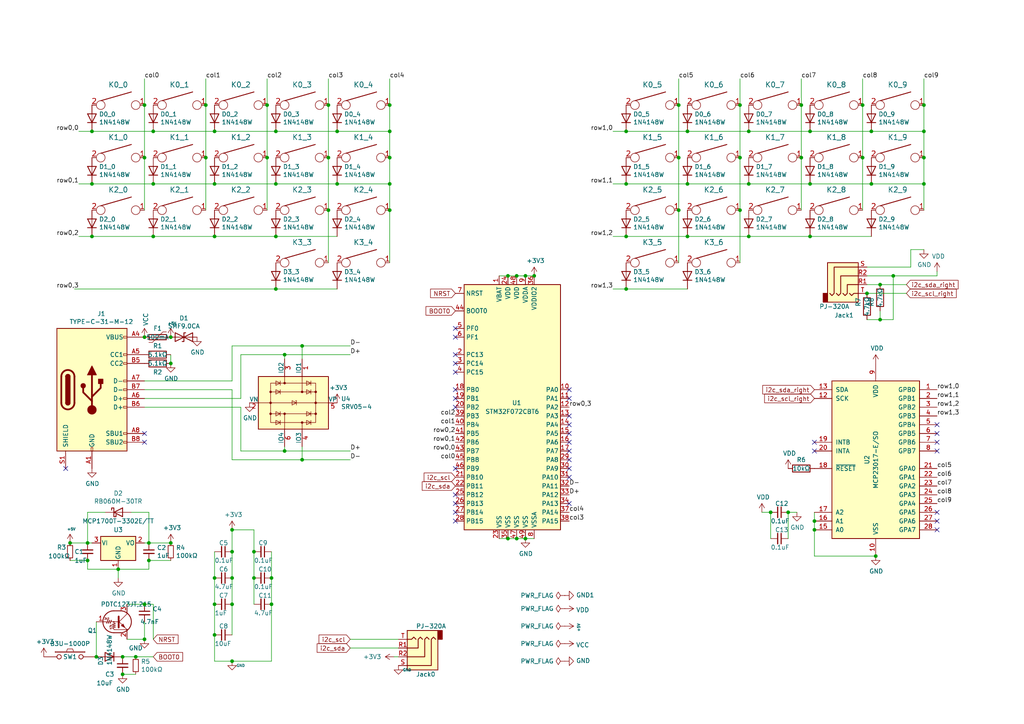
<source format=kicad_sch>
(kicad_sch (version 20230121) (generator eeschema)
  (paper "A4")
  (junction (at 149.86 80.01))
  (junction (at 49.53 157.48))
  (junction (at 80.01 38.1))
  (junction (at 39.37 190.5))
  (junction (at 87.63 133.35))
  (junction (at 147.32 156.21))
  (junction (at 181.61 38.1))
  (junction (at 26.67 53.34))
  (junction (at 217.17 38.1))
  (junction (at 95.25 45.72))
  (junction (at 152.4 156.21))
  (junction (at 62.23 167.64))
  (junction (at 214.63 45.72))
  (junction (at 255.27 82.55))
  (junction (at 44.45 38.1))
  (junction (at 232.41 45.72))
  (junction (at 196.85 30.48))
  (junction (at 25.4 162.56))
  (junction (at 44.45 53.34))
  (junction (at 67.31 153.67))
  (junction (at 67.31 167.64))
  (junction (at 77.47 30.48))
  (junction (at 27.94 190.5))
  (junction (at 232.41 30.48))
  (junction (at 181.61 53.34))
  (junction (at 44.45 68.58))
  (junction (at 78.74 175.26))
  (junction (at 252.73 53.34))
  (junction (at 59.69 45.72))
  (junction (at 223.52 148.59))
  (junction (at 95.25 60.96))
  (junction (at 149.86 156.21))
  (junction (at 82.55 102.87))
  (junction (at 199.39 38.1))
  (junction (at 35.56 190.5))
  (junction (at 214.63 60.96))
  (junction (at 255.27 92.71))
  (junction (at 67.31 175.26))
  (junction (at 199.39 68.58))
  (junction (at 59.69 30.48))
  (junction (at 254 161.29))
  (junction (at 252.73 38.1))
  (junction (at 77.47 45.72))
  (junction (at 41.91 97.79))
  (junction (at 25.4 157.48))
  (junction (at 217.17 68.58))
  (junction (at 113.03 45.72))
  (junction (at 267.97 30.48))
  (junction (at 234.95 68.58))
  (junction (at 26.67 38.1))
  (junction (at 251.46 85.09))
  (junction (at 154.94 80.01))
  (junction (at 49.53 105.41))
  (junction (at 80.01 53.34))
  (junction (at 147.32 80.01))
  (junction (at 78.74 167.64))
  (junction (at 181.61 83.82))
  (junction (at 97.79 38.1))
  (junction (at 41.91 175.26))
  (junction (at 34.29 165.1))
  (junction (at 73.66 160.02))
  (junction (at 62.23 184.15))
  (junction (at 267.97 38.1))
  (junction (at 113.03 38.1))
  (junction (at 236.22 151.13))
  (junction (at 113.03 53.34))
  (junction (at 67.31 191.77))
  (junction (at 67.31 160.02))
  (junction (at 152.4 80.01))
  (junction (at 236.22 153.67))
  (junction (at 97.79 53.34))
  (junction (at 62.23 175.26))
  (junction (at 73.66 167.64))
  (junction (at 62.23 53.34))
  (junction (at 250.19 45.72))
  (junction (at 259.08 80.01))
  (junction (at 49.53 97.79))
  (junction (at 62.23 68.58))
  (junction (at 199.39 53.34))
  (junction (at 196.85 45.72))
  (junction (at 196.85 60.96))
  (junction (at 267.97 45.72))
  (junction (at 234.95 38.1))
  (junction (at 228.6 148.59))
  (junction (at 41.91 45.72))
  (junction (at 43.18 157.48))
  (junction (at 80.01 68.58))
  (junction (at 62.23 38.1))
  (junction (at 35.56 195.58))
  (junction (at 181.61 68.58))
  (junction (at 214.63 30.48))
  (junction (at 113.03 30.48))
  (junction (at 234.95 53.34))
  (junction (at 41.91 30.48))
  (junction (at 80.01 83.82))
  (junction (at 41.91 185.42))
  (junction (at 113.03 60.96))
  (junction (at 95.25 30.48))
  (junction (at 250.19 30.48))
  (junction (at 20.32 157.48))
  (junction (at 217.17 53.34))
  (junction (at 26.67 68.58))
  (junction (at 43.18 162.56))
  (junction (at 87.63 100.33))
  (junction (at 82.55 130.81))
  (junction (at 267.97 53.34))
  (no_connect (at 132.08 97.79))
  (no_connect (at 132.08 151.13))
  (no_connect (at 165.1 123.19))
  (no_connect (at 132.08 118.11))
  (no_connect (at 271.78 128.27))
  (no_connect (at 388.62 93.98))
  (no_connect (at 236.22 128.27))
  (no_connect (at 271.78 123.19))
  (no_connect (at 132.08 95.25))
  (no_connect (at 165.1 146.05))
  (no_connect (at 165.1 138.43))
  (no_connect (at 165.1 113.03))
  (no_connect (at 132.08 115.57))
  (no_connect (at 132.08 135.89))
  (no_connect (at 271.78 125.73))
  (no_connect (at 165.1 130.81))
  (no_connect (at 41.91 128.27))
  (no_connect (at 19.05 135.89))
  (no_connect (at 132.08 113.03))
  (no_connect (at 165.1 128.27))
  (no_connect (at 132.08 148.59))
  (no_connect (at 132.08 143.51))
  (no_connect (at 236.22 130.81))
  (no_connect (at 165.1 135.89))
  (no_connect (at 165.1 115.57))
  (no_connect (at 165.1 133.35))
  (no_connect (at 132.08 146.05))
  (no_connect (at 132.08 102.87))
  (no_connect (at 132.08 105.41))
  (no_connect (at 271.78 130.81))
  (no_connect (at 132.08 107.95))
  (no_connect (at 41.91 125.73))
  (no_connect (at 271.78 151.13))
  (no_connect (at 271.78 148.59))
  (no_connect (at 165.1 125.73))
  (no_connect (at 271.78 153.67))
  (no_connect (at 165.1 120.65))
  (wire (pts (xy 267.97 22.86) (xy 267.97 30.48)))
  (wire (pts (xy 49.53 102.87) (xy 49.53 105.41)))
  (wire (pts (xy 80.01 53.34) (xy 62.23 53.34)))
  (wire (pts (xy 95.25 76.2) (xy 95.25 60.96)))
  (wire (pts (xy 232.41 30.48) (xy 232.41 45.72)))
  (wire (pts (xy 250.19 45.72) (xy 250.19 60.96)))
  (wire (pts (xy 181.61 53.34) (xy 199.39 53.34)))
  (wire (pts (xy 43.18 162.56) (xy 49.53 162.56)))
  (wire (pts (xy 59.69 22.86) (xy 59.69 30.48)))
  (wire (pts (xy 36.83 175.26) (xy 41.91 175.26)))
  (wire (pts (xy 87.63 100.33) (xy 87.63 104.14)))
  (wire (pts (xy 255.27 82.55) (xy 262.89 82.55)))
  (wire (pts (xy 147.32 80.01) (xy 149.86 80.01)))
  (wire (pts (xy 39.37 190.5) (xy 35.56 190.5)))
  (wire (pts (xy 78.74 191.77) (xy 78.74 175.26)))
  (wire (pts (xy 34.29 165.1) (xy 34.29 167.64)))
  (wire (pts (xy 113.03 38.1) (xy 113.03 45.72)))
  (wire (pts (xy 41.91 30.48) (xy 41.91 45.72)))
  (wire (pts (xy 25.4 157.48) (xy 20.32 157.48)))
  (wire (pts (xy 67.31 100.33) (xy 87.63 100.33)))
  (wire (pts (xy 80.01 68.58) (xy 62.23 68.58)))
  (wire (pts (xy 250.19 30.48) (xy 250.19 45.72)))
  (wire (pts (xy 26.67 68.58) (xy 44.45 68.58)))
  (wire (pts (xy 87.63 133.35) (xy 87.63 129.54)))
  (wire (pts (xy 267.97 30.48) (xy 267.97 38.1)))
  (wire (pts (xy 80.01 38.1) (xy 62.23 38.1)))
  (wire (pts (xy 73.66 160.02) (xy 73.66 167.64)))
  (wire (pts (xy 41.91 115.57) (xy 69.85 115.57)))
  (wire (pts (xy 234.95 53.34) (xy 217.17 53.34)))
  (wire (pts (xy 87.63 100.33) (xy 101.6 100.33)))
  (wire (pts (xy 62.23 175.26) (xy 62.23 184.15)))
  (wire (pts (xy 44.45 53.34) (xy 62.23 53.34)))
  (wire (pts (xy 77.47 22.86) (xy 77.47 30.48)))
  (wire (pts (xy 69.85 102.87) (xy 82.55 102.87)))
  (wire (pts (xy 267.97 45.72) (xy 267.97 53.34)))
  (wire (pts (xy 41.91 118.11) (xy 69.85 118.11)))
  (wire (pts (xy 177.8 68.58) (xy 181.61 68.58)))
  (wire (pts (xy 177.8 53.34) (xy 181.61 53.34)))
  (wire (pts (xy 252.73 38.1) (xy 267.97 38.1)))
  (wire (pts (xy 177.8 38.1) (xy 181.61 38.1)))
  (wire (pts (xy 250.19 22.86) (xy 250.19 30.48)))
  (wire (pts (xy 113.03 30.48) (xy 113.03 38.1)))
  (wire (pts (xy 41.91 45.72) (xy 41.91 60.96)))
  (wire (pts (xy 177.8 83.82) (xy 181.61 83.82)))
  (wire (pts (xy 41.91 22.86) (xy 41.91 30.48)))
  (wire (pts (xy 67.31 113.03) (xy 67.31 133.35)))
  (wire (pts (xy 252.73 38.1) (xy 234.95 38.1)))
  (wire (pts (xy 181.61 38.1) (xy 199.39 38.1)))
  (wire (pts (xy 41.91 185.42) (xy 41.91 180.34)))
  (wire (pts (xy 113.03 22.86) (xy 113.03 30.48)))
  (wire (pts (xy 267.97 53.34) (xy 252.73 53.34)))
  (wire (pts (xy 115.57 190.5) (xy 114.3 190.5)))
  (wire (pts (xy 255.27 90.17) (xy 255.27 92.71)))
  (wire (pts (xy 236.22 151.13) (xy 236.22 153.67)))
  (wire (pts (xy 236.22 153.67) (xy 236.22 161.29)))
  (wire (pts (xy 82.55 130.81) (xy 82.55 129.54)))
  (wire (pts (xy 21.59 83.82) (xy 80.01 83.82)))
  (wire (pts (xy 113.03 53.34) (xy 97.79 53.34)))
  (wire (pts (xy 232.41 22.86) (xy 232.41 30.48)))
  (wire (pts (xy 43.18 157.48) (xy 43.18 148.59)))
  (wire (pts (xy 25.4 162.56) (xy 25.4 165.1)))
  (wire (pts (xy 251.46 77.47) (xy 264.16 77.47)))
  (wire (pts (xy 196.85 22.86) (xy 196.85 30.48)))
  (wire (pts (xy 67.31 110.49) (xy 67.31 100.33)))
  (wire (pts (xy 62.23 184.15) (xy 62.23 191.77)))
  (wire (pts (xy 26.67 157.48) (xy 25.4 157.48)))
  (wire (pts (xy 41.91 113.03) (xy 67.31 113.03)))
  (wire (pts (xy 22.86 53.34) (xy 26.67 53.34)))
  (wire (pts (xy 27.94 180.34) (xy 27.94 190.5)))
  (wire (pts (xy 43.18 165.1) (xy 43.18 162.56)))
  (wire (pts (xy 36.83 185.42) (xy 41.91 185.42)))
  (wire (pts (xy 255.27 92.71) (xy 259.08 92.71)))
  (wire (pts (xy 214.63 22.86) (xy 214.63 30.48)))
  (wire (pts (xy 149.86 80.01) (xy 152.4 80.01)))
  (wire (pts (xy 26.67 38.1) (xy 44.45 38.1)))
  (wire (pts (xy 44.45 175.26) (xy 41.91 175.26)))
  (wire (pts (xy 199.39 68.58) (xy 217.17 68.58)))
  (wire (pts (xy 25.4 165.1) (xy 34.29 165.1)))
  (wire (pts (xy 220.98 148.59) (xy 223.52 148.59)))
  (wire (pts (xy 62.23 167.64) (xy 62.23 175.26)))
  (wire (pts (xy 113.03 76.2) (xy 113.03 60.96)))
  (wire (pts (xy 62.23 160.02) (xy 62.23 167.64)))
  (wire (pts (xy 41.91 110.49) (xy 67.31 110.49)))
  (wire (pts (xy 152.4 80.01) (xy 154.94 80.01)))
  (wire (pts (xy 67.31 153.67) (xy 73.66 153.67)))
  (wire (pts (xy 152.4 156.21) (xy 154.94 156.21)))
  (wire (pts (xy 97.79 53.34) (xy 80.01 53.34)))
  (wire (pts (xy 78.74 175.26) (xy 78.74 167.64)))
  (wire (pts (xy 44.45 185.42) (xy 44.45 175.26)))
  (wire (pts (xy 101.6 185.42) (xy 115.57 185.42)))
  (wire (pts (xy 252.73 53.34) (xy 234.95 53.34)))
  (wire (pts (xy 181.61 68.58) (xy 199.39 68.58)))
  (wire (pts (xy 97.79 68.58) (xy 80.01 68.58)))
  (wire (pts (xy 78.74 167.64) (xy 78.74 160.02)))
  (wire (pts (xy 252.73 68.58) (xy 234.95 68.58)))
  (wire (pts (xy 214.63 60.96) (xy 214.63 76.2)))
  (wire (pts (xy 196.85 45.72) (xy 196.85 60.96)))
  (wire (pts (xy 82.55 130.81) (xy 101.6 130.81)))
  (wire (pts (xy 73.66 167.64) (xy 73.66 175.26)))
  (wire (pts (xy 255.27 92.71) (xy 251.46 92.71)))
  (wire (pts (xy 214.63 45.72) (xy 214.63 60.96)))
  (wire (pts (xy 44.45 38.1) (xy 62.23 38.1)))
  (wire (pts (xy 73.66 153.67) (xy 73.66 160.02)))
  (wire (pts (xy 80.01 83.82) (xy 97.79 83.82)))
  (wire (pts (xy 181.61 83.82) (xy 199.39 83.82)))
  (wire (pts (xy 236.22 161.29) (xy 254 161.29)))
  (wire (pts (xy 267.97 38.1) (xy 267.97 45.72)))
  (wire (pts (xy 43.18 148.59) (xy 38.1 148.59)))
  (wire (pts (xy 149.86 156.21) (xy 152.4 156.21)))
  (wire (pts (xy 231.14 148.59) (xy 228.6 148.59)))
  (wire (pts (xy 22.86 68.58) (xy 26.67 68.58)))
  (wire (pts (xy 267.97 53.34) (xy 267.97 60.96)))
  (wire (pts (xy 199.39 53.34) (xy 217.17 53.34)))
  (wire (pts (xy 25.4 157.48) (xy 25.4 148.59)))
  (wire (pts (xy 97.79 38.1) (xy 80.01 38.1)))
  (wire (pts (xy 25.4 148.59) (xy 30.48 148.59)))
  (wire (pts (xy 251.46 80.01) (xy 259.08 80.01)))
  (wire (pts (xy 44.45 190.5) (xy 39.37 190.5)))
  (wire (pts (xy 69.85 115.57) (xy 69.85 102.87)))
  (wire (pts (xy 35.56 195.58) (xy 39.37 195.58)))
  (wire (pts (xy 77.47 30.48) (xy 77.47 45.72)))
  (wire (pts (xy 264.16 72.39) (xy 267.97 72.39)))
  (wire (pts (xy 223.52 156.21) (xy 223.52 148.59)))
  (wire (pts (xy 82.55 102.87) (xy 82.55 104.14)))
  (wire (pts (xy 67.31 167.64) (xy 67.31 175.26)))
  (wire (pts (xy 67.31 160.02) (xy 67.31 167.64)))
  (wire (pts (xy 69.85 130.81) (xy 82.55 130.81)))
  (wire (pts (xy 82.55 102.87) (xy 101.6 102.87)))
  (wire (pts (xy 113.03 53.34) (xy 113.03 60.96)))
  (wire (pts (xy 95.25 22.86) (xy 95.25 30.48)))
  (wire (pts (xy 26.67 53.34) (xy 44.45 53.34)))
  (wire (pts (xy 251.46 82.55) (xy 255.27 82.55)))
  (wire (pts (xy 228.6 156.21) (xy 228.6 148.59)))
  (wire (pts (xy 20.32 162.56) (xy 25.4 162.56)))
  (wire (pts (xy 232.41 45.72) (xy 232.41 60.96)))
  (wire (pts (xy 251.46 85.09) (xy 262.89 85.09)))
  (wire (pts (xy 67.31 175.26) (xy 67.31 184.15)))
  (wire (pts (xy 214.63 30.48) (xy 214.63 45.72)))
  (wire (pts (xy 196.85 76.2) (xy 196.85 60.96)))
  (wire (pts (xy 144.78 80.01) (xy 147.32 80.01)))
  (wire (pts (xy 95.25 30.48) (xy 95.25 45.72)))
  (wire (pts (xy 22.86 38.1) (xy 26.67 38.1)))
  (wire (pts (xy 236.22 148.59) (xy 236.22 151.13)))
  (wire (pts (xy 34.29 165.1) (xy 43.18 165.1)))
  (wire (pts (xy 147.32 156.21) (xy 149.86 156.21)))
  (wire (pts (xy 87.63 133.35) (xy 101.6 133.35)))
  (wire (pts (xy 95.25 45.72) (xy 95.25 60.96)))
  (wire (pts (xy 97.79 38.1) (xy 113.03 38.1)))
  (wire (pts (xy 59.69 45.72) (xy 59.69 60.96)))
  (wire (pts (xy 271.78 80.01) (xy 271.78 78.74)))
  (wire (pts (xy 259.08 80.01) (xy 271.78 80.01)))
  (wire (pts (xy 196.85 30.48) (xy 196.85 45.72)))
  (wire (pts (xy 41.91 157.48) (xy 43.18 157.48)))
  (wire (pts (xy 59.69 30.48) (xy 59.69 45.72)))
  (wire (pts (xy 67.31 191.77) (xy 78.74 191.77)))
  (wire (pts (xy 234.95 38.1) (xy 217.17 38.1)))
  (wire (pts (xy 199.39 38.1) (xy 217.17 38.1)))
  (wire (pts (xy 62.23 191.77) (xy 67.31 191.77)))
  (wire (pts (xy 101.6 187.96) (xy 115.57 187.96)))
  (wire (pts (xy 144.78 156.21) (xy 147.32 156.21)))
  (wire (pts (xy 69.85 118.11) (xy 69.85 130.81)))
  (wire (pts (xy 67.31 160.02) (xy 67.31 153.67)))
  (wire (pts (xy 259.08 92.71) (xy 259.08 80.01)))
  (wire (pts (xy 43.18 157.48) (xy 49.53 157.48)))
  (wire (pts (xy 44.45 68.58) (xy 62.23 68.58)))
  (wire (pts (xy 67.31 133.35) (xy 87.63 133.35)))
  (wire (pts (xy 264.16 77.47) (xy 264.16 72.39)))
  (wire (pts (xy 113.03 45.72) (xy 113.03 53.34)))
  (wire (pts (xy 217.17 68.58) (xy 234.95 68.58)))
  (wire (pts (xy 77.47 45.72) (xy 77.47 60.96)))
  (label "row0,1" (at 132.08 128.27 180))
  (label "col8" (at 271.78 143.51 0))
  (label "row1,3" (at 271.78 120.65 0))
  (label "col4" (at 165.1 148.59 0))
  (label "col3" (at 95.25 22.86 0))
  (label "col4" (at 113.03 22.86 0))
  (label "row1,0" (at 271.78 113.03 0))
  (label "col5" (at 271.78 135.89 0))
  (label "col6" (at 214.63 22.86 0))
  (label "D-" (at 101.6 100.33 0))
  (label "row1,1" (at 177.8 53.34 180))
  (label "D-" (at 101.6 133.35 0))
  (label "row1,2" (at 177.8 68.58 180))
  (label "col0" (at 132.08 133.35 180))
  (label "col3" (at 165.1 151.13 0))
  (label "row0,3" (at 165.1 118.11 0))
  (label "row0,2" (at 132.08 125.73 180))
  (label "col8" (at 250.19 22.86 0))
  (label "D-" (at 165.1 140.97 0))
  (label "row0,2" (at 22.86 68.58 180))
  (label "row1,3" (at 177.8 83.82 180))
  (label "col5" (at 196.85 22.86 0))
  (label "col2" (at 77.47 22.86 0))
  (label "D+" (at 101.6 102.87 0))
  (label "col0" (at 41.91 22.86 0))
  (label "col1" (at 59.69 22.86 0))
  (label "col7" (at 232.41 22.86 0))
  (label "row1,1" (at 271.78 115.57 0))
  (label "col7" (at 271.78 140.97 0))
  (label "row0,0" (at 132.08 130.81 180))
  (label "col1" (at 132.08 123.19 180))
  (label "col9" (at 271.78 146.05 0))
  (label "row0,1" (at 22.86 53.34 180))
  (label "D+" (at 101.6 130.81 0))
  (label "col2" (at 132.08 120.65 180))
  (label "row0,3" (at 22.86 83.82 180))
  (label "col9" (at 267.97 22.86 0))
  (label "D+" (at 165.1 143.51 0))
  (label "row1,2" (at 271.78 118.11 0))
  (label "row1,0" (at 177.8 38.1 180))
  (label "row0,0" (at 22.86 38.1 180))
  (label "col6" (at 271.78 138.43 0))
  (global_label "i2c_scl" (shape input) (at 132.08 138.43 180) (property "Intersheetrefs" "${INTERSHEET_REFS}" (effects hide)))
  (global_label "i2c_sda" (shape input) (at 101.6 187.96 180) (property "Intersheetrefs" "${INTERSHEET_REFS}" (effects hide)))
  (global_label "i2c_scl_right" (shape input) (at 236.22 115.57 180) (property "Intersheetrefs" "${INTERSHEET_REFS}" (effects hide)))
  (global_label "NRST" (shape input) (at 132.08 85.09 180) (property "Intersheetrefs" "${INTERSHEET_REFS}" (effects hide)))
  (global_label "i2c_sda_right" (shape input) (at 262.89 82.55 0) (property "Intersheetrefs" "${INTERSHEET_REFS}" (effects hide)))
  (global_label "BOOT0" (shape input) (at 44.45 190.5 0) (property "Intersheetrefs" "${INTERSHEET_REFS}" (effects hide)))
  (global_label "i2c_scl_right" (shape input) (at 262.89 85.09 0) (property "Intersheetrefs" "${INTERSHEET_REFS}" (effects hide)))
  (global_label "i2c_sda" (shape input) (at 132.08 140.97 180) (property "Intersheetrefs" "${INTERSHEET_REFS}" (effects hide)))
  (global_label "i2c_scl" (shape input) (at 101.6 185.42 180) (property "Intersheetrefs" "${INTERSHEET_REFS}" (effects hide)))
  (global_label "NRST" (shape input) (at 44.45 185.42 0) (property "Intersheetrefs" "${INTERSHEET_REFS}" (effects hide)))
  (global_label "BOOT0" (shape input) (at 132.08 90.17 180) (property "Intersheetrefs" "${INTERSHEET_REFS}" (effects hide)))
  (global_label "i2c_sda_right" (shape input) (at 236.22 113.03 180) (property "Intersheetrefs" "${INTERSHEET_REFS}" (effects hide)))
  (symbol (lib_id "Interface_Expansion:MCP23017_SO") (at 254 133.35 0) (unit 1)
    (property "Reference" "U2" (at 251.46 133.35 90))
    (property "Value" "MCP23017-E/SO" (at 254 133.35 90))
    (property "Footprint" "Package_SO:SOIC-28W_7.5x17.9mm_P1.27mm" (effects hide))
    (property "Datasheet" "http://ww1.microchip.com/downloads/en/DeviceDoc/20001952C.pdf" (effects hide))
    (property "LCSC Part" "C47023" (effects hide))
    (property "Part Name" "I/O Expander" (effects hide))
  )
  (symbol (lib_id "Device:R") (at 45.72 102.87 270) (unit 1)
    (property "Reference" "R1" (at 45.72 100.33 90))
    (property "Value" "5.1kΩ" (at 45.72 102.87 90))
    (property "Footprint" "Resistor_SMD:R_0805_2012Metric_Pad1.15x1.40mm_HandSolder" (effects hide))
    (property "LCSC Part" "C27834" (effects hide))
    (property "Part Name" "Resistor" (effects hide))
  )
  (symbol (lib_id "Device:R") (at 45.72 105.41 270) (unit 1)
    (property "Reference" "R2" (at 45.72 107.95 90))
    (property "Value" "5.1kΩ" (at 45.72 105.41 90))
    (property "Footprint" "Resistor_SMD:R_0805_2012Metric_Pad1.15x1.40mm_HandSolder" (effects hide))
    (property "LCSC Part" "C27834" (effects hide))
    (property "Part Name" "Resistor" (effects hide))
  )
  (symbol (lib_id "Device:C_Small") (at 226.06 148.59 270) (unit 1)
    (property "Reference" "C12" (at 224.79 146.05 90) (effects (justify left)))
    (property "Value" "0.1uF" (at 223.52 151.13 90) (effects (justify left)))
    (property "Footprint" "Capacitor_SMD:C_0805_2012Metric_Pad1.15x1.40mm_HandSolder" (effects hide))
    (property "LCSC Part" "C49678" (effects hide))
    (property "Part Name" "Capacitor" (effects hide))
  )
  (symbol (lib_id "keyboard_parts:KEYSW") (at 34.29 30.48 0) (unit 1)
    (property "Reference" "K0_0" (at 34.29 24.5618 0) (effects (font (size 1.524 1.524))))
    (property "Value" "KEYSW" (effects hide))
    (property "Footprint" "switches:Choc_Mini_PG1232_Choc_Spacing" (effects hide))
    (property "DNP" "true" (effects hide))
    (property "JLCPCB BOM" "false" (effects hide))
    (property "Part Name" "Key" (effects hide))
  )
  (symbol (lib_id "Device:D") (at 26.67 34.29 90) (unit 1)
    (property "Reference" "D0_0" (at 28.702 33.1216 90) (effects (justify right)))
    (property "Value" "1N4148W" (at 28.702 35.433 90) (effects (justify right)))
    (property "Footprint" "Diode_SMD:D_SOD-123" (effects hide))
    (property "LCSC Part" "C81598" (effects hide))
    (property "Part Name" "Diode" (effects hide))
  )
  (symbol (lib_id "keyboard_parts:KEYSW") (at 34.29 45.72 0) (unit 1)
    (property "Reference" "K1_0" (at 34.29 39.8018 0) (effects (font (size 1.524 1.524))))
    (property "Value" "KEYSW" (effects hide))
    (property "Footprint" "switches:Choc_Mini_PG1232_Choc_Spacing" (effects hide))
    (property "DNP" "true" (effects hide))
    (property "JLCPCB BOM" "false" (effects hide))
    (property "Part Name" "Key" (effects hide))
  )
  (symbol (lib_id "Device:D") (at 26.67 49.53 90) (unit 1)
    (property "Reference" "D1_0" (at 28.702 48.3616 90) (effects (justify right)))
    (property "Value" "1N4148W" (at 28.702 50.673 90) (effects (justify right)))
    (property "Footprint" "Diode_SMD:D_SOD-123" (effects hide))
    (property "LCSC Part" "C81598" (effects hide))
    (property "Part Name" "Diode" (effects hide))
  )
  (symbol (lib_id "Device:D") (at 44.45 34.29 90) (unit 1)
    (property "Reference" "D0_1" (at 46.482 33.1216 90) (effects (justify right)))
    (property "Value" "1N4148W" (at 46.482 35.433 90) (effects (justify right)))
    (property "Footprint" "Diode_SMD:D_SOD-123" (effects hide))
    (property "LCSC Part" "C81598" (effects hide))
    (property "Part Name" "Diode" (effects hide))
  )
  (symbol (lib_id "Device:D") (at 44.45 49.53 90) (unit 1)
    (property "Reference" "D1_1" (at 46.482 48.3616 90) (effects (justify right)))
    (property "Value" "1N4148W" (at 46.482 50.673 90) (effects (justify right)))
    (property "Footprint" "Diode_SMD:D_SOD-123" (effects hide))
    (property "LCSC Part" "C81598" (effects hide))
    (property "Part Name" "Diode" (effects hide))
  )
  (symbol (lib_id "keyboard_parts:KEYSW") (at 52.07 45.72 0) (unit 1)
    (property "Reference" "K1_1" (at 52.07 39.8018 0) (effects (font (size 1.524 1.524))))
    (property "Value" "KEYSW" (effects hide))
    (property "Footprint" "switches:Choc_Mini_PG1232_Choc_Spacing" (effects hide))
    (property "DNP" "true" (effects hide))
    (property "JLCPCB BOM" "false" (effects hide))
    (property "Part Name" "Key" (effects hide))
  )
  (symbol (lib_id "keyboard_parts:KEYSW") (at 69.85 30.48 0) (unit 1)
    (property "Reference" "K0_2" (at 69.85 24.5618 0) (effects (font (size 1.524 1.524))))
    (property "Value" "KEYSW" (effects hide))
    (property "Footprint" "switches:Choc_Mini_PG1232_Choc_Spacing" (effects hide))
    (property "DNP" "true" (effects hide))
    (property "JLCPCB BOM" "false" (effects hide))
    (property "Part Name" "Key" (effects hide))
  )
  (symbol (lib_id "Device:D") (at 62.23 34.29 90) (unit 1)
    (property "Reference" "D0_2" (at 64.262 33.1216 90) (effects (justify right)))
    (property "Value" "1N4148W" (at 64.262 35.433 90) (effects (justify right)))
    (property "Footprint" "Diode_SMD:D_SOD-123" (effects hide))
    (property "LCSC Part" "C81598" (effects hide))
    (property "Part Name" "Diode" (effects hide))
  )
  (symbol (lib_id "keyboard_parts:KEYSW") (at 52.07 30.48 0) (unit 1)
    (property "Reference" "K0_1" (at 52.07 24.5618 0) (effects (font (size 1.524 1.524))))
    (property "Value" "KEYSW" (effects hide))
    (property "Footprint" "switches:Choc_Mini_PG1232_Choc_Spacing" (effects hide))
    (property "DNP" "true" (effects hide))
    (property "JLCPCB BOM" "false" (effects hide))
    (property "Part Name" "Key" (effects hide))
  )
  (symbol (lib_id "keyboard_parts:KEYSW") (at 69.85 45.72 0) (unit 1)
    (property "Reference" "K1_2" (at 69.85 39.8018 0) (effects (font (size 1.524 1.524))))
    (property "Value" "KEYSW" (effects hide))
    (property "Footprint" "switches:Choc_Mini_PG1232_Choc_Spacing" (effects hide))
    (property "DNP" "true" (effects hide))
    (property "JLCPCB BOM" "false" (effects hide))
    (property "Part Name" "Key" (effects hide))
  )
  (symbol (lib_id "Device:D") (at 62.23 49.53 90) (unit 1)
    (property "Reference" "D1_2" (at 64.262 48.3616 90) (effects (justify right)))
    (property "Value" "1N4148W" (at 64.262 50.673 90) (effects (justify right)))
    (property "Footprint" "Diode_SMD:D_SOD-123" (effects hide))
    (property "LCSC Part" "C81598" (effects hide))
    (property "Part Name" "Diode" (effects hide))
  )
  (symbol (lib_id "keyboard_parts:KEYSW") (at 34.29 60.96 0) (unit 1)
    (property "Reference" "K2_0" (at 34.29 55.0418 0) (effects (font (size 1.524 1.524))))
    (property "Value" "KEYSW" (effects hide))
    (property "Footprint" "switches:Choc_Mini_PG1232_Choc_Spacing" (effects hide))
    (property "DNP" "true" (effects hide))
    (property "JLCPCB BOM" "false" (effects hide))
    (property "Part Name" "Key" (effects hide))
  )
  (symbol (lib_id "Device:D") (at 26.67 64.77 90) (unit 1)
    (property "Reference" "D2_0" (at 28.702 63.6016 90) (effects (justify right)))
    (property "Value" "1N4148W" (at 28.702 65.913 90) (effects (justify right)))
    (property "Footprint" "Diode_SMD:D_SOD-123" (effects hide))
    (property "LCSC Part" "C81598" (effects hide))
    (property "Part Name" "Diode" (effects hide))
  )
  (symbol (lib_id "keyboard_parts:KEYSW") (at 52.07 60.96 0) (unit 1)
    (property "Reference" "K2_1" (at 52.07 55.0418 0) (effects (font (size 1.524 1.524))))
    (property "Value" "KEYSW" (effects hide))
    (property "Footprint" "switches:Choc_Mini_PG1232_Choc_Spacing" (effects hide))
    (property "DNP" "true" (effects hide))
    (property "JLCPCB BOM" "false" (effects hide))
    (property "Part Name" "Key" (effects hide))
  )
  (symbol (lib_id "keyboard_parts:KEYSW") (at 69.85 60.96 0) (unit 1)
    (property "Reference" "K2_2" (at 69.85 55.0418 0) (effects (font (size 1.524 1.524))))
    (property "Value" "KEYSW" (effects hide))
    (property "Footprint" "switches:Choc_Mini_PG1232_Choc_Spacing" (effects hide))
    (property "DNP" "true" (effects hide))
    (property "JLCPCB BOM" "false" (effects hide))
    (property "Part Name" "Key" (effects hide))
  )
  (symbol (lib_id "Device:D") (at 44.45 64.77 90) (unit 1)
    (property "Reference" "D2_1" (at 46.482 63.6016 90) (effects (justify right)))
    (property "Value" "1N4148W" (at 46.482 65.913 90) (effects (justify right)))
    (property "Footprint" "Diode_SMD:D_SOD-123" (effects hide))
    (property "LCSC Part" "C81598" (effects hide))
    (property "Part Name" "Diode" (effects hide))
  )
  (symbol (lib_id "Device:D") (at 62.23 64.77 90) (unit 1)
    (property "Reference" "D2_2" (at 64.262 63.6016 90) (effects (justify right)))
    (property "Value" "1N4148W" (at 64.262 65.913 90) (effects (justify right)))
    (property "Footprint" "Diode_SMD:D_SOD-123" (effects hide))
    (property "LCSC Part" "C81598" (effects hide))
    (property "Part Name" "Diode" (effects hide))
  )
  (symbol (lib_id "keyboard_parts:KEYSW") (at 87.63 30.48 0) (unit 1)
    (property "Reference" "K0_3" (at 87.63 24.5618 0) (effects (font (size 1.524 1.524))))
    (property "Value" "KEYSW" (effects hide))
    (property "Footprint" "switches:Choc_Mini_PG1232_Choc_Spacing" (effects hide))
    (property "DNP" "true" (effects hide))
    (property "JLCPCB BOM" "false" (effects hide))
    (property "Part Name" "Key" (effects hide))
  )
  (symbol (lib_id "keyboard_parts:KEYSW") (at 87.63 45.72 0) (unit 1)
    (property "Reference" "K1_3" (at 87.63 39.8018 0) (effects (font (size 1.524 1.524))))
    (property "Value" "KEYSW" (effects hide))
    (property "Footprint" "switches:Choc_Mini_PG1232_Choc_Spacing" (effects hide))
    (property "DNP" "true" (effects hide))
    (property "JLCPCB BOM" "false" (effects hide))
    (property "Part Name" "Key" (effects hide))
  )
  (symbol (lib_id "keyboard_parts:KEYSW") (at 87.63 60.96 0) (unit 1)
    (property "Reference" "K2_3" (at 87.63 55.0418 0) (effects (font (size 1.524 1.524))))
    (property "Value" "KEYSW" (effects hide))
    (property "Footprint" "switches:Choc_Mini_PG1232_Choc_Spacing" (effects hide))
    (property "DNP" "true" (effects hide))
    (property "JLCPCB BOM" "false" (effects hide))
    (property "Part Name" "Key" (effects hide))
  )
  (symbol (lib_id "Device:D") (at 80.01 34.29 90) (unit 1)
    (property "Reference" "D0_3" (at 82.042 33.1216 90) (effects (justify right)))
    (property "Value" "1N4148W" (at 82.042 35.433 90) (effects (justify right)))
    (property "Footprint" "Diode_SMD:D_SOD-123" (effects hide))
    (property "LCSC Part" "C81598" (effects hide))
    (property "Part Name" "Diode" (effects hide))
  )
  (symbol (lib_id "Device:D") (at 80.01 49.53 90) (unit 1)
    (property "Reference" "D1_3" (at 82.042 48.3616 90) (effects (justify right)))
    (property "Value" "1N4148W" (at 82.042 50.673 90) (effects (justify right)))
    (property "Footprint" "Diode_SMD:D_SOD-123" (effects hide))
    (property "LCSC Part" "C81598" (effects hide))
    (property "Part Name" "Diode" (effects hide))
  )
  (symbol (lib_id "Device:D") (at 80.01 64.77 90) (unit 1)
    (property "Reference" "D2_3" (at 82.042 63.6016 90) (effects (justify right)))
    (property "Value" "1N4148W" (at 82.042 65.913 90) (effects (justify right)))
    (property "Footprint" "Diode_SMD:D_SOD-123" (effects hide))
    (property "LCSC Part" "C81598" (effects hide))
    (property "Part Name" "Diode" (effects hide))
  )
  (symbol (lib_id "keyboard_parts:KEYSW") (at 105.41 30.48 0) (unit 1)
    (property "Reference" "K0_4" (at 105.41 24.5618 0) (effects (font (size 1.524 1.524))))
    (property "Value" "KEYSW" (effects hide))
    (property "Footprint" "switches:Choc_Mini_PG1232_Choc_Spacing" (effects hide))
    (property "DNP" "true" (effects hide))
    (property "JLCPCB BOM" "false" (effects hide))
    (property "Part Name" "Key" (effects hide))
  )
  (symbol (lib_id "Device:D") (at 97.79 34.29 90) (unit 1)
    (property "Reference" "D0_4" (at 99.822 33.1216 90) (effects (justify right)))
    (property "Value" "1N4148W" (at 99.822 35.433 90) (effects (justify right)))
    (property "Footprint" "Diode_SMD:D_SOD-123" (effects hide))
    (property "LCSC Part" "C81598" (effects hide))
    (property "Part Name" "Diode" (effects hide))
  )
  (symbol (lib_id "keyboard_parts:KEYSW") (at 105.41 45.72 0) (unit 1)
    (property "Reference" "K1_4" (at 105.41 39.8018 0) (effects (font (size 1.524 1.524))))
    (property "Value" "KEYSW" (effects hide))
    (property "Footprint" "switches:Choc_Mini_PG1232_Choc_Spacing" (effects hide))
    (property "DNP" "true" (effects hide))
    (property "JLCPCB BOM" "false" (effects hide))
    (property "Part Name" "Key" (effects hide))
  )
  (symbol (lib_id "Device:D") (at 97.79 49.53 90) (unit 1)
    (property "Reference" "D1_4" (at 99.822 48.3616 90) (effects (justify right)))
    (property "Value" "1N4148W" (at 99.822 50.673 90) (effects (justify right)))
    (property "Footprint" "Diode_SMD:D_SOD-123" (effects hide))
    (property "LCSC Part" "C81598" (effects hide))
    (property "Part Name" "Diode" (effects hide))
  )
  (symbol (lib_id "keyboard_parts:KEYSW") (at 105.41 60.96 0) (unit 1)
    (property "Reference" "K2_4" (at 105.41 55.0418 0) (effects (font (size 1.524 1.524))))
    (property "Value" "KEYSW" (effects hide))
    (property "Footprint" "switches:Choc_Mini_PG1232_Choc_Spacing" (effects hide))
    (property "DNP" "true" (effects hide))
    (property "JLCPCB BOM" "false" (effects hide))
    (property "Part Name" "Key" (effects hide))
  )
  (symbol (lib_id "Device:D") (at 97.79 64.77 90) (unit 1)
    (property "Reference" "D2_4" (at 99.822 63.6016 90) (effects (justify right)))
    (property "Value" "1N4148W" (at 99.822 65.913 90) (effects (justify right)))
    (property "Footprint" "Diode_SMD:D_SOD-123" (effects hide))
    (property "LCSC Part" "C81598" (effects hide))
    (property "Part Name" "Diode" (effects hide))
  )
  (symbol (lib_id "keyboard_parts:KEYSW") (at 87.63 76.2 0) (unit 1)
    (property "Reference" "K3_3" (at 87.63 70.2818 0) (effects (font (size 1.524 1.524))))
    (property "Value" "KEYSW" (effects hide))
    (property "Footprint" "switches:Choc_Mini_PG1232_Choc_Spacing" (effects hide))
    (property "DNP" "true" (effects hide))
    (property "JLCPCB BOM" "false" (effects hide))
    (property "Part Name" "Key" (effects hide))
  )
  (symbol (lib_id "keyboard_parts:KEYSW") (at 105.41 76.2 0) (unit 1)
    (property "Reference" "K3_4" (at 105.41 70.2818 0) (effects (font (size 1.524 1.524))))
    (property "Value" "KEYSW" (effects hide))
    (property "Footprint" "switches:Choc_Mini_PG1232_Choc_Spacing" (effects hide))
    (property "DNP" "true" (effects hide))
    (property "JLCPCB BOM" "false" (effects hide))
    (property "Part Name" "Key" (effects hide))
  )
  (symbol (lib_id "Device:D") (at 80.01 80.01 90) (unit 1)
    (property "Reference" "D3_3" (at 82.042 78.8416 90) (effects (justify right)))
    (property "Value" "1N4148W" (at 82.042 81.153 90) (effects (justify right)))
    (property "Footprint" "Diode_SMD:D_SOD-123" (effects hide))
    (property "LCSC Part" "C81598" (effects hide))
    (property "Part Name" "Diode" (effects hide))
  )
  (symbol (lib_id "Device:D") (at 97.79 80.01 90) (unit 1)
    (property "Reference" "D3_4" (at 99.822 78.8416 90) (effects (justify right)))
    (property "Value" "1N4148W" (at 99.822 81.153 90) (effects (justify right)))
    (property "Footprint" "Diode_SMD:D_SOD-123" (effects hide))
    (property "LCSC Part" "C81598" (effects hide))
    (property "Part Name" "Diode" (effects hide))
  )
  (symbol (lib_id "Connector:USB_C_Receptacle_USB2.0") (at 26.67 113.03 0) (unit 1)
    (property "Reference" "J1" (at 29.3878 91.0082 0))
    (property "Value" "TYPE-C-31-M-12" (at 29.3878 93.3196 0))
    (property "Footprint" "Connector_USB:USB_C_Receptacle_HRO_TYPE-C-31-M-12" (effects hide))
    (property "Datasheet" "https://www.usb.org/sites/default/files/documents/usb_type-c.zip" (effects hide))
    (property "LCSC Part" "C165948" (effects hide))
    (property "Part Name" "USB C" (effects hide))
  )
  (symbol (lib_id "Device:Polyfuse") (at 45.72 97.79 270) (unit 1)
    (property "Reference" "F1" (at 45.72 95.25 90))
    (property "Value" "500mA" (at 45.72 97.79 90))
    (property "Footprint" "Fuse:Fuse_1206_3216Metric" (effects hide))
    (property "LCSC Part" "C151162" (effects hide))
    (property "Part Name" "Polyfuse" (effects hide))
  )
  (symbol (lib_id "power:+5V") (at 49.53 97.79 0) (unit 1)
    (property "Reference" "#PWR0102" (effects hide))
    (property "Value" "+5V" (at 49.911 93.7768 0) (effects (font (size 0.762 0.762))))
  )
  (symbol (lib_id "Connector:AudioJack4") (at 246.38 80.01 0) (unit 1)
    (property "Reference" "Jack1" (at 247.65 91.44 0) (effects (justify right)))
    (property "Value" "PJ-320A" (at 246.38 88.9 0) (effects (justify right)))
    (property "Footprint" "kbd:TRRS-PJ-320A" (effects hide))
    (property "LCSC Part" "C12569" (effects hide))
    (property "Part Name" "TRRS Jack" (effects hide))
  )
  (symbol (lib_id "power:GND") (at 115.57 193.04 0) (unit 1)
    (property "Reference" "#PWR0106" (effects hide))
    (property "Value" "GND" (at 116.84 194.31 0) (effects (font (size 0.762 0.762)) (justify left)))
  )
  (symbol (lib_id "power:VCC") (at 41.91 97.79 0) (unit 1)
    (property "Reference" "#PWR0109" (effects hide))
    (property "Value" "VCC" (at 42.291 94.5642 90) (effects (justify left)))
  )
  (symbol (lib_id "MCU_ST_STM32F0:STM32F072CBUx") (at 149.86 118.11 0) (unit 1)
    (property "Reference" "U1" (at 149.86 116.84 0))
    (property "Value" "STM32F072CBT6" (at 148.59 119.38 0))
    (property "Footprint" "breakout_pins:Dual_MCU_QFP_QFN_48_with_breakout_pins" (effects hide))
    (property "Datasheet" "http://www.st.com/st-web-ui/static/active/en/resource/technical/document/datasheet/DM00090510.pdf" (effects hide))
    (property "LCSC Part" "C81720" (effects hide))
    (property "Part Name" "MCU" (effects hide))
  )
  (symbol (lib_id "Power_Protection:SRV05-4") (at 85.09 116.84 270) (unit 1)
    (property "Reference" "U4" (at 98.9076 115.6716 90) (effects (justify left)))
    (property "Value" "SRV05-4" (at 98.9076 117.983 90) (effects (justify left)))
    (property "Footprint" "Package_TO_SOT_SMD:SOT-23-6" (effects hide))
    (property "Datasheet" "http://www.onsemi.com/pub/Collateral/SRV05-4-D.PDF" (effects hide))
    (property "LCSC Part" "C558418" (effects hide))
    (property "Part Name" "TVS Diode Array" (effects hide))
  )
  (symbol (lib_id "power:GND") (at 254 161.29 0) (unit 1)
    (property "Reference" "#PWR0118" (effects hide))
    (property "Value" "GND" (at 254.127 165.6842 0))
  )
  (symbol (lib_id "power:GND") (at 231.14 148.59 0) (unit 1)
    (property "Reference" "#PWR0120" (effects hide))
    (property "Value" "GND" (at 231.267 152.9842 0))
  )
  (symbol (lib_id "power:+3.3V") (at 154.94 80.01 0) (unit 1)
    (property "Reference" "#PWR0101" (effects hide))
    (property "Value" "+3.3V" (at 155.321 75.6158 0))
  )
  (symbol (lib_id "Device:C_Small") (at 35.56 193.04 0) (unit 1)
    (property "Reference" "C3" (at 30.48 195.58 0) (effects (justify left)))
    (property "Value" "10uF" (at 27.94 198.12 0) (effects (justify left)))
    (property "Footprint" "Capacitor_SMD:C_0805_2012Metric_Pad1.15x1.40mm_HandSolder" (effects hide))
    (property "LCSC Part" "C17024" (effects hide))
    (property "Part Name" "Capacitor" (effects hide))
  )
  (symbol (lib_id "Device:R_Small") (at 39.37 193.04 0) (unit 1)
    (property "Reference" "R5" (at 40.8686 191.8716 0) (effects (justify left)))
    (property "Value" "100kΩ" (at 40.8686 194.183 0) (effects (justify left)))
    (property "Footprint" "Resistor_SMD:R_0805_2012Metric_Pad1.15x1.40mm_HandSolder" (effects hide))
    (property "LCSC Part" "C149504" (effects hide))
    (property "Part Name" "Resistor" (effects hide))
  )
  (symbol (lib_id "Device:D") (at 31.75 190.5 180) (unit 1)
    (property "Reference" "D3" (at 29.21 193.04 90) (effects (justify right)))
    (property "Value" "1N4148W" (at 31.75 193.04 90) (effects (justify right)))
    (property "Footprint" "Diode_SMD:D_SOD-123" (effects hide))
    (property "LCSC Part" "C81598" (effects hide))
    (property "Part Name" "Diode" (effects hide))
  )
  (symbol (lib_id "power:GND") (at 72.39 116.84 0) (unit 1)
    (property "Reference" "#PWR0128" (effects hide))
    (property "Value" "GND" (at 72.517 121.2342 0))
  )
  (symbol (lib_id "power:+3.3V") (at 97.79 116.84 0) (unit 1)
    (property "Reference" "#PWR0129" (effects hide))
    (property "Value" "+3.3V" (at 98.171 112.4458 0))
  )
  (symbol (lib_id "keyboard_parts:SW_PUSH") (at 20.32 190.5 0) (unit 1)
    (property "Reference" "SW1" (at 20.32 190.5 0))
    (property "Value" "B3U-1000P" (at 20.32 186.69 0))
    (property "Footprint" "Button_Switch_SMD:SW_SPST_B3U-1000P" (effects hide))
    (property "LCSC Part" "C231329" (effects hide))
    (property "Part Name" "Reset" (effects hide))
  )
  (symbol (lib_id "power:+3.3V") (at 12.7 190.5 0) (unit 1)
    (property "Reference" "#PWR0104" (effects hide))
    (property "Value" "+3.3V" (at 13.081 186.1058 0))
  )
  (symbol (lib_id "Device:C_Small") (at 41.91 177.8 0) (unit 1)
    (property "Reference" "C4" (at 44.2468 176.6316 0) (effects (justify left)))
    (property "Value" "4.7nF" (at 40.64 180.34 0) (effects (justify left)))
    (property "Footprint" "Capacitor_SMD:C_0805_2012Metric_Pad1.15x1.40mm_HandSolder" (effects hide))
    (property "LCSC Part" "C717014" (effects hide))
    (property "Part Name" "Capacitor" (effects hide))
  )
  (symbol (lib_id "Transistor_BJT:DTC123J") (at 34.29 180.34 0) (unit 1)
    (property "Reference" "Q1" (at 25.4 182.88 0) (effects (justify left)))
    (property "Value" "PDTC123JT,215" (at 29.21 175.26 0) (effects (justify left)))
    (property "Footprint" "Package_TO_SOT_SMD:SOT-23" (effects hide))
    (property "LCSC Part" "C406040" (effects hide))
    (property "Part Name" "NPN Transistor" (effects hide))
  )
  (symbol (lib_id "Device:D_TVS") (at 53.34 97.79 0) (unit 1)
    (property "Reference" "D1" (at 53.34 92.2782 0))
    (property "Value" "SMF9.0CA" (at 53.34 94.5896 0))
    (property "Footprint" "Diode_SMD:D_SOD-123" (effects hide))
    (property "LCSC Part" "C435473" (effects hide))
    (property "Part Name" "Bidirectional Diode" (effects hide))
  )
  (symbol (lib_id "Regulator_Linear:MCP1700-3302E_SOT23") (at 34.29 157.48 0) (unit 1)
    (property "Reference" "U3" (at 34.29 153.67 0))
    (property "Value" "MCP1700T-3302E/TT" (at 34.29 151.13 0))
    (property "Footprint" "Package_TO_SOT_SMD:SOT-23" (effects hide))
    (property "Datasheet" "http://ww1.microchip.com/downloads/en/DeviceDoc/20001826D.pdf" (effects hide))
    (property "LCSC Part" "C39051" (effects hide))
    (property "Part Name" "Dropout Regulator" (effects hide))
  )
  (symbol (lib_id "Diode:SB160") (at 34.29 148.59 0) (unit 1)
    (property "Reference" "D2" (at 34.29 143.0782 0))
    (property "Value" "RB060M-30TR" (at 34.29 145.3896 0))
    (property "Footprint" "Diode_SMD:D_SOD-123" (effects hide))
    (property "Datasheet" "http://www.diodes.com/_files/datasheets/ds23022.pdf" (effects hide))
    (property "LCSC Part" "C559324" (effects hide))
    (property "Part Name" "Schottky Barrier Diode" (effects hide))
  )
  (symbol (lib_id "power:VDD") (at 271.78 78.74 0) (unit 1)
    (property "Reference" "#PWR0130" (effects hide))
    (property "Value" "VDD" (at 272.161 74.3458 0))
  )
  (symbol (lib_id "power:GND") (at 267.97 72.39 0) (unit 1)
    (property "Reference" "#PWR0131" (effects hide))
    (property "Value" "GND" (at 268.097 76.7842 0))
  )
  (symbol (lib_id "Device:C_Small") (at 43.18 160.02 0) (unit 1)
    (property "Reference" "C2" (at 45.5168 158.8516 0) (effects (justify left)))
    (property "Value" "1uF" (at 45.5168 161.163 0) (effects (justify left)))
    (property "Footprint" "Capacitor_SMD:C_0805_2012Metric_Pad1.15x1.40mm_HandSolder" (effects hide))
    (property "LCSC Part" "C28323" (effects hide))
    (property "Part Name" "Capacitor" (effects hide))
  )
  (symbol (lib_id "Device:R_Small") (at 49.53 160.02 0) (unit 1)
    (property "Reference" "R4" (at 51.0286 158.8516 0) (effects (justify left)))
    (property "Value" "100kΩ" (at 51.0286 161.163 0) (effects (justify left)))
    (property "Footprint" "Resistor_SMD:R_0805_2012Metric_Pad1.15x1.40mm_HandSolder" (effects hide))
    (property "LCSC Part" "C149504" (effects hide))
    (property "Part Name" "Resistor" (effects hide))
  )
  (symbol (lib_id "Device:C_Small") (at 25.4 160.02 0) (unit 1)
    (property "Reference" "C1" (at 21.59 160.02 0) (effects (justify left)))
    (property "Value" "1uF" (at 21.59 162.56 0) (effects (justify left)))
    (property "Footprint" "Capacitor_SMD:C_0805_2012Metric_Pad1.15x1.40mm_HandSolder" (effects hide))
    (property "LCSC Part" "C28323" (effects hide))
    (property "Part Name" "Capacitor" (effects hide))
  )
  (symbol (lib_id "Device:R_Small") (at 20.32 160.02 0) (unit 1)
    (property "Reference" "R3" (at 16.51 158.75 0) (effects (justify left)))
    (property "Value" "100kΩ" (at 13.97 161.29 0) (effects (justify left)))
    (property "Footprint" "Resistor_SMD:R_0805_2012Metric_Pad1.15x1.40mm_HandSolder" (effects hide))
    (property "LCSC Part" "C149504" (effects hide))
    (property "Part Name" "Resistor" (effects hide))
  )
  (symbol (lib_id "power:+5V") (at 20.32 157.48 0) (unit 1)
    (property "Reference" "#PWR0113" (effects hide))
    (property "Value" "+5V" (at 20.701 153.4668 0) (effects (font (size 0.762 0.762))))
  )
  (symbol (lib_id "power:+3.3V") (at 49.53 157.48 0) (unit 1)
    (property "Reference" "#PWR0114" (effects hide))
    (property "Value" "+3.3V" (at 49.911 153.0858 0))
  )
  (symbol (lib_id "Device:C_Small") (at 64.77 175.26 270) (unit 1)
    (property "Reference" "C7" (at 63.5 172.72 90) (effects (justify left)))
    (property "Value" "1uF" (at 62.23 177.8 90) (effects (justify left)))
    (property "Footprint" "Capacitor_SMD:C_0805_2012Metric_Pad1.15x1.40mm_HandSolder" (effects hide))
    (property "LCSC Part" "C28323" (effects hide))
    (property "Part Name" "Capacitor" (effects hide))
  )
  (symbol (lib_id "Device:C_Small") (at 64.77 167.64 270) (unit 1)
    (property "Reference" "C6" (at 63.5 165.1 90) (effects (justify left)))
    (property "Value" "4.7uF" (at 62.23 170.18 90) (effects (justify left)))
    (property "Footprint" "Capacitor_SMD:C_0805_2012Metric_Pad1.15x1.40mm_HandSolder" (effects hide))
    (property "LCSC Part" "C87998" (effects hide))
    (property "Part Name" "Capacitor" (effects hide))
  )
  (symbol (lib_id "Device:C_Small") (at 64.77 184.15 270) (unit 1)
    (property "Reference" "C8" (at 63.5 181.61 90) (effects (justify left)))
    (property "Value" "10uF" (at 62.23 186.69 90) (effects (justify left)))
    (property "Footprint" "Capacitor_SMD:C_0805_2012Metric_Pad1.15x1.40mm_HandSolder" (effects hide))
    (property "LCSC Part" "C17024" (effects hide))
    (property "Part Name" "Capacitor" (effects hide))
  )
  (symbol (lib_id "Device:C_Small") (at 64.77 160.02 270) (unit 1)
    (property "Reference" "C5" (at 63.5 157.48 90) (effects (justify left)))
    (property "Value" "0.1uF" (at 62.23 162.56 90) (effects (justify left)))
    (property "Footprint" "Capacitor_SMD:C_0805_2012Metric_Pad1.15x1.40mm_HandSolder" (effects hide))
    (property "LCSC Part" "C49678" (effects hide))
    (property "Part Name" "Capacitor" (effects hide))
  )
  (symbol (lib_id "Device:C_Small") (at 76.2 160.02 270) (unit 1)
    (property "Reference" "C9" (at 74.93 157.48 90) (effects (justify left)))
    (property "Value" "0.1uF" (at 73.66 162.56 90) (effects (justify left)))
    (property "Footprint" "Capacitor_SMD:C_0805_2012Metric_Pad1.15x1.40mm_HandSolder" (effects hide))
    (property "LCSC Part" "C49678" (effects hide))
    (property "Part Name" "Capacitor" (effects hide))
  )
  (symbol (lib_id "Device:C_Small") (at 76.2 167.64 270) (unit 1)
    (property "Reference" "C10" (at 74.93 165.1 90) (effects (justify left)))
    (property "Value" "0.1uF" (at 73.66 170.18 90) (effects (justify left)))
    (property "Footprint" "Capacitor_SMD:C_0805_2012Metric_Pad1.15x1.40mm_HandSolder" (effects hide))
    (property "LCSC Part" "C49678" (effects hide))
    (property "Part Name" "Capacitor" (effects hide))
  )
  (symbol (lib_id "Device:C_Small") (at 76.2 175.26 270) (unit 1)
    (property "Reference" "C11" (at 74.93 172.72 90) (effects (justify left)))
    (property "Value" "4.7uF" (at 73.66 177.8 90) (effects (justify left)))
    (property "Footprint" "Capacitor_SMD:C_0805_2012Metric_Pad1.15x1.40mm_HandSolder" (effects hide))
    (property "LCSC Part" "C87998" (effects hide))
    (property "Part Name" "Capacitor" (effects hide))
  )
  (symbol (lib_id "power:+3.3V") (at 67.31 153.67 0) (unit 1)
    (property "Reference" "#PWR0115" (effects hide))
    (property "Value" "+3.3V" (at 67.691 149.2758 0))
  )
  (symbol (lib_id "power:GND") (at 67.31 191.77 0) (unit 1)
    (property "Reference" "#PWR0116" (effects hide))
    (property "Value" "GND" (at 68.58 193.04 0) (effects (font (size 0.762 0.762)) (justify left)))
  )
  (symbol (lib_id "Device:C_Small") (at 226.06 156.21 270) (unit 1)
    (property "Reference" "C13" (at 224.79 153.67 90) (effects (justify left)))
    (property "Value" "0.1uF" (at 223.52 158.75 90) (effects (justify left)))
    (property "Footprint" "Capacitor_SMD:C_0805_2012Metric_Pad1.15x1.40mm_HandSolder" (effects hide))
    (property "LCSC Part" "C49678" (effects hide))
    (property "Part Name" "Capacitor" (effects hide))
  )
  (symbol (lib_id "Device:R") (at 232.41 135.89 270) (unit 1)
    (property "Reference" "R6" (at 232.41 133.35 90))
    (property "Value" "10kΩ" (at 232.41 135.89 90))
    (property "Footprint" "Resistor_SMD:R_0805_2012Metric_Pad1.15x1.40mm_HandSolder" (effects hide))
    (property "LCSC Part" "C17414" (effects hide))
    (property "Part Name" "Resistor" (effects hide))
  )
  (symbol (lib_id "power:+3.3V") (at 114.3 190.5 90) (unit 1)
    (property "Reference" "#PWR0117" (effects hide))
    (property "Value" "+3.3V" (at 107.95 190.5 90))
  )
  (symbol (lib_id "keyboard_parts:KEYSW") (at 189.23 30.48 0) (unit 1)
    (property "Reference" "K0_5" (at 189.23 24.5618 0) (effects (font (size 1.524 1.524))))
    (property "Value" "KEYSW" (effects hide))
    (property "Footprint" "switches:Choc_Mini_PG1232_Choc_Spacing" (effects hide))
    (property "DNP" "true" (effects hide))
    (property "JLCPCB BOM" "false" (effects hide))
    (property "Part Name" "Key" (effects hide))
  )
  (symbol (lib_id "Device:D") (at 181.61 34.29 90) (unit 1)
    (property "Reference" "D0_5" (at 183.642 33.1216 90) (effects (justify right)))
    (property "Value" "1N4148W" (at 183.642 35.433 90) (effects (justify right)))
    (property "Footprint" "Diode_SMD:D_SOD-123" (effects hide))
    (property "LCSC Part" "C81598" (effects hide))
    (property "Part Name" "Diode" (effects hide))
  )
  (symbol (lib_id "keyboard_parts:KEYSW") (at 189.23 45.72 0) (unit 1)
    (property "Reference" "K1_5" (at 189.23 39.8018 0) (effects (font (size 1.524 1.524))))
    (property "Value" "KEYSW" (effects hide))
    (property "Footprint" "switches:Choc_Mini_PG1232_Choc_Spacing" (effects hide))
    (property "DNP" "true" (effects hide))
    (property "JLCPCB BOM" "false" (effects hide))
    (property "Part Name" "Key" (effects hide))
  )
  (symbol (lib_id "Device:D") (at 181.61 49.53 90) (unit 1)
    (property "Reference" "D1_5" (at 183.642 48.3616 90) (effects (justify right)))
    (property "Value" "1N4148W" (at 183.642 50.673 90) (effects (justify right)))
    (property "Footprint" "Diode_SMD:D_SOD-123" (effects hide))
    (property "LCSC Part" "C81598" (effects hide))
    (property "Part Name" "Diode" (effects hide))
  )
  (symbol (lib_id "Device:D") (at 199.39 34.29 90) (unit 1)
    (property "Reference" "D0_6" (at 201.422 33.1216 90) (effects (justify right)))
    (property "Value" "1N4148W" (at 201.422 35.433 90) (effects (justify right)))
    (property "Footprint" "Diode_SMD:D_SOD-123" (effects hide))
    (property "LCSC Part" "C81598" (effects hide))
    (property "Part Name" "Diode" (effects hide))
  )
  (symbol (lib_id "Device:D") (at 199.39 49.53 90) (unit 1)
    (property "Reference" "D1_6" (at 201.422 48.3616 90) (effects (justify right)))
    (property "Value" "1N4148W" (at 201.422 50.673 90) (effects (justify right)))
    (property "Footprint" "Diode_SMD:D_SOD-123" (effects hide))
    (property "LCSC Part" "C81598" (effects hide))
    (property "Part Name" "Diode" (effects hide))
  )
  (symbol (lib_id "keyboard_parts:KEYSW") (at 207.01 45.72 0) (unit 1)
    (property "Reference" "K1_6" (at 207.01 39.8018 0) (effects (font (size 1.524 1.524))))
    (property "Value" "KEYSW" (effects hide))
    (property "Footprint" "switches:Choc_Mini_PG1232_Choc_Spacing" (effects hide))
    (property "DNP" "true" (effects hide))
    (property "JLCPCB BOM" "false" (effects hide))
    (property "Part Name" "Key" (effects hide))
  )
  (symbol (lib_id "keyboard_parts:KEYSW") (at 224.79 30.48 0) (unit 1)
    (property "Reference" "K0_7" (at 224.79 24.5618 0) (effects (font (size 1.524 1.524))))
    (property "Value" "KEYSW" (effects hide))
    (property "Footprint" "switches:Choc_Mini_PG1232_Choc_Spacing" (effects hide))
    (property "DNP" "true" (effects hide))
    (property "JLCPCB BOM" "false" (effects hide))
    (property "Part Name" "Key" (effects hide))
  )
  (symbol (lib_id "Device:D") (at 217.17 34.29 90) (unit 1)
    (property "Reference" "D0_7" (at 219.202 33.1216 90) (effects (justify right)))
    (property "Value" "1N4148W" (at 219.202 35.433 90) (effects (justify right)))
    (property "Footprint" "Diode_SMD:D_SOD-123" (effects hide))
    (property "LCSC Part" "C81598" (effects hide))
    (property "Part Name" "Diode" (effects hide))
  )
  (symbol (lib_id "keyboard_parts:KEYSW") (at 207.01 30.48 0) (unit 1)
    (property "Reference" "K0_6" (at 207.01 24.5618 0) (effects (font (size 1.524 1.524))))
    (property "Value" "KEYSW" (effects hide))
    (property "Footprint" "switches:Choc_Mini_PG1232_Choc_Spacing" (effects hide))
    (property "DNP" "true" (effects hide))
    (property "JLCPCB BOM" "false" (effects hide))
    (property "Part Name" "Key" (effects hide))
  )
  (symbol (lib_id "keyboard_parts:KEYSW") (at 224.79 45.72 0) (unit 1)
    (property "Reference" "K1_7" (at 224.79 39.8018 0) (effects (font (size 1.524 1.524))))
    (property "Value" "KEYSW" (effects hide))
    (property "Footprint" "switches:Choc_Mini_PG1232_Choc_Spacing" (effects hide))
    (property "DNP" "true" (effects hide))
    (property "JLCPCB BOM" "false" (effects hide))
    (property "Part Name" "Key" (effects hide))
  )
  (symbol (lib_id "Device:D") (at 217.17 49.53 90) (unit 1)
    (property "Reference" "D1_7" (at 219.202 48.3616 90) (effects (justify right)))
    (property "Value" "1N4148W" (at 219.202 50.673 90) (effects (justify right)))
    (property "Footprint" "Diode_SMD:D_SOD-123" (effects hide))
    (property "LCSC Part" "C81598" (effects hide))
    (property "Part Name" "Diode" (effects hide))
  )
  (symbol (lib_id "keyboard_parts:KEYSW") (at 189.23 60.96 0) (unit 1)
    (property "Reference" "K2_5" (at 189.23 55.0418 0) (effects (font (size 1.524 1.524))))
    (property "Value" "KEYSW" (effects hide))
    (property "Footprint" "switches:Choc_Mini_PG1232_Choc_Spacing" (effects hide))
    (property "DNP" "true" (effects hide))
    (property "JLCPCB BOM" "false" (effects hide))
    (property "Part Name" "Key" (effects hide))
  )
  (symbol (lib_id "Device:D") (at 181.61 64.77 90) (unit 1)
    (property "Reference" "D2_5" (at 183.642 63.6016 90) (effects (justify right)))
    (property "Value" "1N4148W" (at 183.642 65.913 90) (effects (justify right)))
    (property "Footprint" "Diode_SMD:D_SOD-123" (effects hide))
    (property "LCSC Part" "C81598" (effects hide))
    (property "Part Name" "Diode" (effects hide))
  )
  (symbol (lib_id "keyboard_parts:KEYSW") (at 207.01 60.96 0) (unit 1)
    (property "Reference" "K2_6" (at 207.01 55.0418 0) (effects (font (size 1.524 1.524))))
    (property "Value" "KEYSW" (effects hide))
    (property "Footprint" "switches:Choc_Mini_PG1232_Choc_Spacing" (effects hide))
    (property "DNP" "true" (effects hide))
    (property "JLCPCB BOM" "false" (effects hide))
    (property "Part Name" "Key" (effects hide))
  )
  (symbol (lib_id "keyboard_parts:KEYSW") (at 224.79 60.96 0) (unit 1)
    (property "Reference" "K2_7" (at 224.79 55.0418 0) (effects (font (size 1.524 1.524))))
    (property "Value" "KEYSW" (effects hide))
    (property "Footprint" "switches:Choc_Mini_PG1232_Choc_Spacing" (effects hide))
    (property "DNP" "true" (effects hide))
    (property "JLCPCB BOM" "false" (effects hide))
    (property "Part Name" "Key" (effects hide))
  )
  (symbol (lib_id "Device:D") (at 199.39 64.77 90) (unit 1)
    (property "Reference" "D2_6" (at 201.422 63.6016 90) (effects (justify right)))
    (property "Value" "1N4148W" (at 201.422 65.913 90) (effects (justify right)))
    (property "Footprint" "Diode_SMD:D_SOD-123" (effects hide))
    (property "LCSC Part" "C81598" (effects hide))
    (property "Part Name" "Diode" (effects hide))
  )
  (symbol (lib_id "Device:D") (at 217.17 64.77 90) (unit 1)
    (property "Reference" "D2_7" (at 219.202 63.6016 90) (effects (justify right)))
    (property "Value" "1N4148W" (at 219.202 65.913 90) (effects (justify right)))
    (property "Footprint" "Diode_SMD:D_SOD-123" (effects hide))
    (property "LCSC Part" "C81598" (effects hide))
    (property "Part Name" "Diode" (effects hide))
  )
  (symbol (lib_id "keyboard_parts:KEYSW") (at 242.57 30.48 0) (unit 1)
    (property "Reference" "K0_8" (at 242.57 24.5618 0) (effects (font (size 1.524 1.524))))
    (property "Value" "KEYSW" (effects hide))
    (property "Footprint" "switches:Choc_Mini_PG1232_Choc_Spacing" (effects hide))
    (property "DNP" "true" (effects hide))
    (property "JLCPCB BOM" "false" (effects hide))
    (property "Part Name" "Key" (effects hide))
  )
  (symbol (lib_id "keyboard_parts:KEYSW") (at 242.57 45.72 0) (unit 1)
    (property "Reference" "K1_8" (at 242.57 39.8018 0) (effects (font (size 1.524 1.524))))
    (property "Value" "KEYSW" (effects hide))
    (property "Footprint" "switches:Choc_Mini_PG1232_Choc_Spacing" (effects hide))
    (property "DNP" "true" (effects hide))
    (property "JLCPCB BOM" "false" (effects hide))
    (property "Part Name" "Key" (effects hide))
  )
  (symbol (lib_id "keyboard_parts:KEYSW") (at 242.57 60.96 0) (unit 1)
    (property "Reference" "K2_8" (at 242.57 55.0418 0) (effects (font (size 1.524 1.524))))
    (property "Value" "KEYSW" (effects hide))
    (property "Footprint" "switches:Choc_Mini_PG1232_Choc_Spacing" (effects hide))
    (property "DNP" "true" (effects hide))
    (property "JLCPCB BOM" "false" (effects hide))
    (property "Part Name" "Key" (effects hide))
  )
  (symbol (lib_id "Device:D") (at 234.95 34.29 90) (unit 1)
    (property "Reference" "D0_8" (at 236.982 33.1216 90) (effects (justify right)))
    (property "Value" "1N4148W" (at 236.982 35.433 90) (effects (justify right)))
    (property "Footprint" "Diode_SMD:D_SOD-123" (effects hide))
    (property "LCSC Part" "C81598" (effects hide))
    (property "Part Name" "Diode" (effects hide))
  )
  (symbol (lib_id "Device:D") (at 234.95 49.53 90) (unit 1)
    (property "Reference" "D1_8" (at 236.982 48.3616 90) (effects (justify right)))
    (property "Value" "1N4148W" (at 236.982 50.673 90) (effects (justify right)))
    (property "Footprint" "Diode_SMD:D_SOD-123" (effects hide))
    (property "LCSC Part" "C81598" (effects hide))
    (property "Part Name" "Diode" (effects hide))
  )
  (symbol (lib_id "Device:D") (at 234.95 64.77 90) (unit 1)
    (property "Reference" "D2_8" (at 236.982 63.6016 90) (effects (justify right)))
    (property "Value" "1N4148W" (at 236.982 65.913 90) (effects (justify right)))
    (property "Footprint" "Diode_SMD:D_SOD-123" (effects hide))
    (property "LCSC Part" "C81598" (effects hide))
    (property "Part Name" "Diode" (effects hide))
  )
  (symbol (lib_id "keyboard_parts:KEYSW") (at 260.35 30.48 0) (unit 1)
    (property "Reference" "K0_9" (at 260.35 24.5618 0) (effects (font (size 1.524 1.524))))
    (property "Value" "KEYSW" (effects hide))
    (property "Footprint" "switches:Choc_Mini_PG1232_Choc_Spacing" (effects hide))
    (property "DNP" "true" (effects hide))
    (property "JLCPCB BOM" "false" (effects hide))
    (property "Part Name" "Key" (effects hide))
  )
  (symbol (lib_id "Device:D") (at 252.73 34.29 90) (unit 1)
    (property "Reference" "D0_9" (at 254.762 33.1216 90) (effects (justify right)))
    (property "Value" "1N4148W" (at 254.762 35.433 90) (effects (justify right)))
    (property "Footprint" "Diode_SMD:D_SOD-123" (effects hide))
    (property "LCSC Part" "C81598" (effects hide))
    (property "Part Name" "Diode" (effects hide))
  )
  (symbol (lib_id "keyboard_parts:KEYSW") (at 260.35 45.72 0) (unit 1)
    (property "Reference" "K1_9" (at 260.35 39.8018 0) (effects (font (size 1.524 1.524))))
    (property "Value" "KEYSW" (effects hide))
    (property "Footprint" "switches:Choc_Mini_PG1232_Choc_Spacing" (effects hide))
    (property "DNP" "true" (effects hide))
    (property "JLCPCB BOM" "false" (effects hide))
    (property "Part Name" "Key" (effects hide))
  )
  (symbol (lib_id "Device:D") (at 252.73 49.53 90) (unit 1)
    (property "Reference" "D1_9" (at 254.762 48.3616 90) (effects (justify right)))
    (property "Value" "1N4148W" (at 254.762 50.673 90) (effects (justify right)))
    (property "Footprint" "Diode_SMD:D_SOD-123" (effects hide))
    (property "LCSC Part" "C81598" (effects hide))
    (property "Part Name" "Diode" (effects hide))
  )
  (symbol (lib_id "keyboard_parts:KEYSW") (at 260.35 60.96 0) (unit 1)
    (property "Reference" "K2_9" (at 260.35 55.0418 0) (effects (font (size 1.524 1.524))))
    (property "Value" "KEYSW" (effects hide))
    (property "Footprint" "switches:Choc_Mini_PG1232_Choc_Spacing" (effects hide))
    (property "DNP" "true" (effects hide))
    (property "JLCPCB BOM" "false" (effects hide))
    (property "Part Name" "Key" (effects hide))
  )
  (symbol (lib_id "Device:D") (at 252.73 64.77 90) (unit 1)
    (property "Reference" "D2_9" (at 254.762 63.6016 90) (effects (justify right)))
    (property "Value" "1N4148W" (at 254.762 65.913 90) (effects (justify right)))
    (property "Footprint" "Diode_SMD:D_SOD-123" (effects hide))
    (property "LCSC Part" "C81598" (effects hide))
    (property "Part Name" "Diode" (effects hide))
  )
  (symbol (lib_id "keyboard_parts:KEYSW") (at 189.23 76.2 0) (unit 1)
    (property "Reference" "K3_5" (at 189.23 70.2818 0) (effects (font (size 1.524 1.524))))
    (property "Value" "KEYSW" (effects hide))
    (property "Footprint" "switches:Choc_Mini_PG1232_Choc_Spacing" (effects hide))
    (property "DNP" "true" (effects hide))
    (property "JLCPCB BOM" "false" (effects hide))
    (property "Part Name" "Key" (effects hide))
  )
  (symbol (lib_id "keyboard_parts:KEYSW") (at 207.01 76.2 0) (unit 1)
    (property "Reference" "K3_6" (at 207.01 70.2818 0) (effects (font (size 1.524 1.524))))
    (property "Value" "KEYSW" (effects hide))
    (property "Footprint" "switches:Choc_Mini_PG1232_Choc_Spacing" (effects hide))
    (property "DNP" "true" (effects hide))
    (property "JLCPCB BOM" "false" (effects hide))
    (property "Part Name" "Key" (effects hide))
  )
  (symbol (lib_id "Device:D") (at 181.61 80.01 90) (unit 1)
    (property "Reference" "D3_5" (at 183.642 78.8416 90) (effects (justify right)))
    (property "Value" "1N4148W" (at 183.642 81.153 90) (effects (justify right)))
    (property "Footprint" "Diode_SMD:D_SOD-123" (effects hide))
    (property "LCSC Part" "C81598" (effects hide))
    (property "Part Name" "Diode" (effects hide))
  )
  (symbol (lib_id "Device:D") (at 199.39 80.01 90) (unit 1)
    (property "Reference" "D3_6" (at 201.422 78.8416 90) (effects (justify right)))
    (property "Value" "1N4148W" (at 201.422 81.153 90) (effects (justify right)))
    (property "Footprint" "Diode_SMD:D_SOD-123" (effects hide))
    (property "LCSC Part" "C81598" (effects hide))
    (property "Part Name" "Diode" (effects hide))
  )
  (symbol (lib_id "power:VCC") (at 163.83 186.69 270) (unit 1)
    (property "Reference" "#PWR0124" (effects hide))
    (property "Value" "VCC" (at 167.0558 187.071 90) (effects (justify left)))
  )
  (symbol (lib_id "power:PWR_FLAG") (at 163.83 186.69 90) (unit 1)
    (property "Reference" "#FLG0102" (effects hide))
    (property "Value" "PWR_FLAG" (at 160.6042 186.69 90) (effects (justify left)))
  )
  (symbol (lib_id "power:PWR_FLAG") (at 163.83 191.77 90) (unit 1)
    (property "Reference" "#FLG0103" (effects hide))
    (property "Value" "PWR_FLAG" (at 160.6042 191.77 90) (effects (justify left)))
  )
  (symbol (lib_id "power:VDD") (at 254 105.41 0) (unit 1)
    (property "Reference" "#PWR0112" (effects hide))
    (property "Value" "VDD" (at 254.381 101.0158 0))
  )
  (symbol (lib_id "power:VDD") (at 220.98 148.59 0) (unit 1)
    (property "Reference" "#PWR0119" (effects hide))
    (property "Value" "VDD" (at 221.361 144.1958 0))
  )
  (symbol (lib_id "power:VDD") (at 228.6 135.89 0) (unit 1)
    (property "Reference" "#PWR0121" (effects hide))
    (property "Value" "VDD" (at 228.981 131.4958 0))
  )
  (symbol (lib_id "power:VDD") (at 163.83 176.53 270) (unit 1)
    (property "Reference" "#PWR0126" (effects hide))
    (property "Value" "VDD" (at 167.0812 176.911 90) (effects (justify left)))
  )
  (symbol (lib_id "power:PWR_FLAG") (at 163.83 176.53 90) (unit 1)
    (property "Reference" "#FLG0104" (effects hide))
    (property "Value" "PWR_FLAG" (at 160.6042 176.53 90) (effects (justify left)))
  )
  (symbol (lib_id "Connector:AudioJack4") (at 120.65 190.5 180) (unit 1)
    (property "Reference" "Jack0" (at 120.65 195.58 0) (effects (justify right)))
    (property "Value" "PJ-320A" (at 120.65 181.61 0) (effects (justify right)))
    (property "Footprint" "kbd:TRRS-PJ-320A" (effects hide))
    (property "LCSC Part" "C12569" (effects hide))
    (property "Part Name" "TRRS Jack" (effects hide))
  )
  (symbol (lib_id "power:PWR_FLAG") (at 163.83 172.72 90) (unit 1)
    (property "Reference" "#FLG0105" (effects hide))
    (property "Value" "PWR_FLAG" (at 160.6042 172.72 90) (effects (justify left)))
  )
  (symbol (lib_id "power:GND1") (at 163.83 172.72 90) (unit 1)
    (property "Reference" "#PWR0123" (effects hide))
    (property "Value" "GND1" (at 167.0812 172.593 90) (effects (justify right)))
  )
  (symbol (lib_id "power:PWR_FLAG") (at 163.83 181.61 90) (unit 1)
    (property "Reference" "#FLG0101" (effects hide))
    (property "Value" "PWR_FLAG" (at 160.6042 181.61 90) (effects (justify left)))
  )
  (symbol (lib_id "power:GND") (at 152.4 156.21 0) (unit 1)
    (property "Reference" "#PWR0103" (effects hide))
    (property "Value" "GND" (at 152.527 160.6042 0))
  )
  (symbol (lib_id "power:GND") (at 163.83 191.77 90) (unit 1)
    (property "Reference" "#PWR0105" (effects hide))
    (property "Value" "GND" (at 167.0812 191.643 90) (effects (justify right)))
  )
  (symbol (lib_id "power:GND") (at 35.56 195.58 0) (unit 1)
    (property "Reference" "#PWR0111" (effects hide))
    (property "Value" "GND" (at 35.687 199.9742 0))
  )
  (symbol (lib_id "power:GND") (at 41.91 185.42 0) (unit 1)
    (property "Reference" "#PWR0125" (effects hide))
    (property "Value" "GND" (at 39.37 187.96 0))
  )
  (symbol (lib_id "power:GND") (at 57.15 97.79 0) (unit 1)
    (property "Reference" "#PWR0107" (effects hide))
    (property "Value" "GND" (at 57.277 102.1842 0))
  )
  (symbol (lib_id "power:GND") (at 49.53 105.41 0) (unit 1)
    (property "Reference" "#PWR0108" (effects hide))
    (property "Value" "GND" (at 49.657 109.8042 0))
  )
  (symbol (lib_id "power:GND") (at 26.67 135.89 0) (unit 1)
    (property "Reference" "#PWR0110" (effects hide))
    (property "Value" "GND" (at 26.797 140.2842 0))
  )
  (symbol (lib_id "power:GND") (at 34.29 167.64 0) (unit 1)
    (property "Reference" "#PWR0122" (effects hide))
    (property "Value" "GND" (at 34.417 172.0342 0))
  )
  (symbol (lib_id "power:+5V") (at 163.83 181.61 270) (unit 1)
    (property "Reference" "#PWR0127" (effects hide))
    (property "Value" "+5V" (at 167.8432 181.991 0) (effects (font (size 0.762 0.762))))
  )
  (symbol (lib_id "Device:R") (at 251.46 88.9 180) (unit 1)
    (property "Reference" "R7" (at 248.92 87.63 90))
    (property "Value" "4.7kΩ" (at 251.46 88.9 90))
    (property "Footprint" "Resistor_SMD:R_0805_2012Metric_Pad1.15x1.40mm_HandSolder" (effects hide))
    (property "LCSC Part" "C17673" (effects hide))
    (property "Part Name" "Resistor" (effects hide))
  )
  (symbol (lib_id "Device:R") (at 255.27 86.36 180) (unit 1)
    (property "Reference" "R8" (at 252.73 87.63 90))
    (property "Value" "4.7kΩ" (at 255.27 86.36 90))
    (property "Footprint" "Resistor_SMD:R_0805_2012Metric_Pad1.15x1.40mm_HandSolder" (effects hide))
    (property "LCSC Part" "C17673" (effects hide))
    (property "Part Name" "Resistor" (effects hide))
  )
)
</source>
